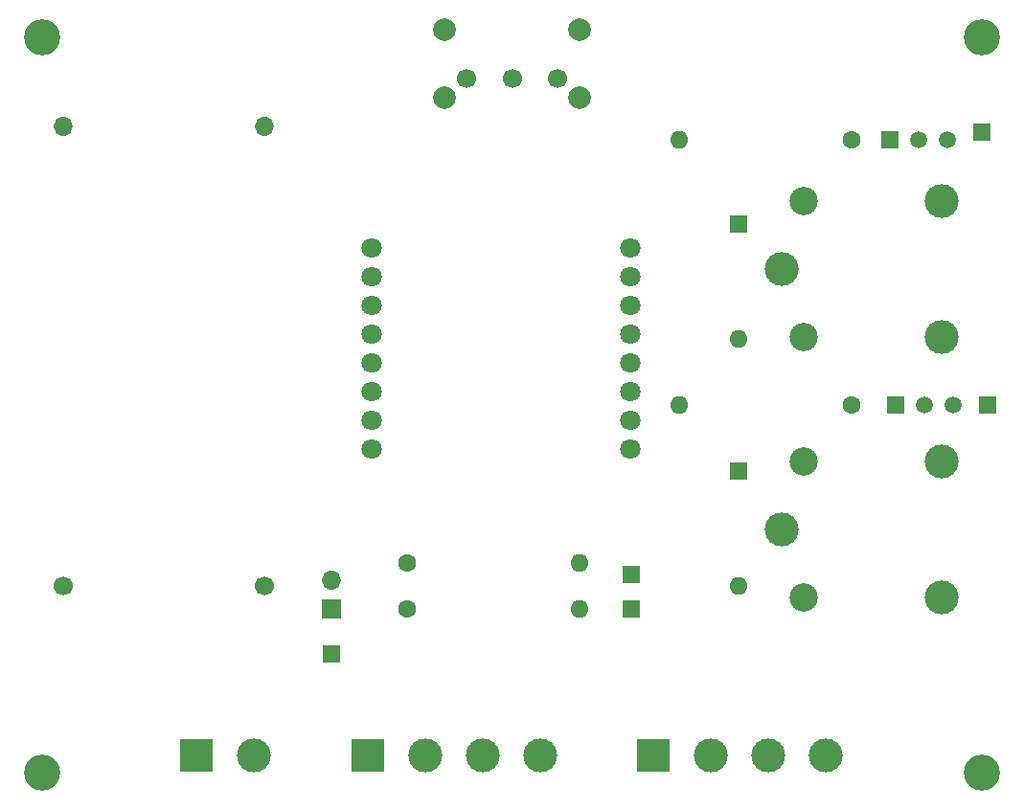
<source format=gbr>
%TF.GenerationSoftware,KiCad,Pcbnew,7.0.11-7.0.11~ubuntu22.04.1*%
%TF.CreationDate,2024-06-01T22:11:06-04:00*%
%TF.ProjectId,GarageDoor,47617261-6765-4446-9f6f-722e6b696361,rev?*%
%TF.SameCoordinates,Original*%
%TF.FileFunction,Soldermask,Top*%
%TF.FilePolarity,Negative*%
%FSLAX46Y46*%
G04 Gerber Fmt 4.6, Leading zero omitted, Abs format (unit mm)*
G04 Created by KiCad (PCBNEW 7.0.11-7.0.11~ubuntu22.04.1) date 2024-06-01 22:11:06*
%MOMM*%
%LPD*%
G01*
G04 APERTURE LIST*
%ADD10R,1.500000X1.500000*%
%ADD11C,3.200000*%
%ADD12C,1.500000*%
%ADD13R,1.600000X1.600000*%
%ADD14O,1.600000X1.600000*%
%ADD15C,1.600000*%
%ADD16R,3.000000X3.000000*%
%ADD17C,3.000000*%
%ADD18C,2.500000*%
%ADD19O,1.700000X1.700000*%
%ADD20C,1.700000*%
%ADD21C,1.800000*%
%ADD22R,1.700000X1.700000*%
%ADD23C,2.000000*%
G04 APERTURE END LIST*
D10*
%TO.C,TP1*%
X80500000Y-75000000D03*
%TD*%
D11*
%TO.C,H2*%
X111500000Y-92500000D03*
%TD*%
D10*
%TO.C,TP3*%
X54000000Y-82000000D03*
%TD*%
%TO.C,Q1*%
X103920000Y-60000000D03*
D12*
X106460000Y-60000000D03*
X109000000Y-60000000D03*
%TD*%
D13*
%TO.C,D1*%
X90000000Y-65840000D03*
D14*
X90000000Y-76000000D03*
%TD*%
D10*
%TO.C,TP5*%
X112000000Y-60000000D03*
%TD*%
D15*
%TO.C,R2*%
X60760000Y-74000000D03*
D14*
X76000000Y-74000000D03*
%TD*%
D15*
%TO.C,R3*%
X100000000Y-60000000D03*
D14*
X84760000Y-60000000D03*
%TD*%
D11*
%TO.C,H3*%
X28500000Y-27500000D03*
%TD*%
D10*
%TO.C,TP2*%
X80500000Y-78000000D03*
%TD*%
D16*
%TO.C,J1*%
X42090000Y-91000000D03*
D17*
X47170000Y-91000000D03*
%TD*%
%TO.C,K2*%
X93800000Y-47950000D03*
D18*
X95800000Y-53950000D03*
D17*
X108000000Y-54000000D03*
X108000000Y-41950000D03*
D18*
X95800000Y-41950000D03*
%TD*%
D16*
%TO.C,J2*%
X57220000Y-91000000D03*
D17*
X62300000Y-91000000D03*
X67380000Y-91000000D03*
X72460000Y-91000000D03*
%TD*%
D10*
%TO.C,TP4*%
X111500000Y-35890000D03*
%TD*%
D13*
%TO.C,D2*%
X90000000Y-44000000D03*
D14*
X90000000Y-54160000D03*
%TD*%
D17*
%TO.C,K1*%
X93800000Y-71000000D03*
D18*
X95800000Y-77000000D03*
D17*
X108000000Y-77050000D03*
X108000000Y-65000000D03*
D18*
X95800000Y-65000000D03*
%TD*%
D15*
%TO.C,R1*%
X60760000Y-78000000D03*
D14*
X76000000Y-78000000D03*
%TD*%
D16*
%TO.C,J3*%
X82500000Y-91000000D03*
D17*
X87580000Y-91000000D03*
X92660000Y-91000000D03*
X97740000Y-91000000D03*
%TD*%
D19*
%TO.C,U1*%
X48140000Y-35380000D03*
X30360000Y-35380000D03*
D20*
X30360000Y-76020000D03*
X48140000Y-76020000D03*
%TD*%
D21*
%TO.C,U2*%
X80430000Y-63890000D03*
X80430000Y-61350000D03*
X80430000Y-58810000D03*
X80430000Y-56270000D03*
X80430000Y-53730000D03*
X80430000Y-51190000D03*
X80430000Y-48650000D03*
X80430000Y-46110000D03*
X57570000Y-46110000D03*
X57570000Y-48650000D03*
X57570000Y-51190000D03*
X57570000Y-53730000D03*
X57570000Y-56270000D03*
X57570000Y-58810000D03*
X57570000Y-61350000D03*
X57570000Y-63890000D03*
%TD*%
D11*
%TO.C,H4*%
X28500000Y-92500000D03*
%TD*%
D10*
%TO.C,Q2*%
X103420000Y-36500000D03*
D12*
X105960000Y-36500000D03*
X108500000Y-36500000D03*
%TD*%
D11*
%TO.C,H1*%
X111500000Y-27500000D03*
%TD*%
D22*
%TO.C,JP1*%
X54000000Y-78000000D03*
D19*
X54000000Y-75460000D03*
%TD*%
D15*
%TO.C,R4*%
X100000000Y-36500000D03*
D14*
X84760000Y-36500000D03*
%TD*%
D23*
%TO.C,S1*%
X76000000Y-32840000D03*
X76000000Y-26840000D03*
X64000000Y-32840000D03*
X64000000Y-26840000D03*
D20*
X74000000Y-31090000D03*
X70000000Y-31090000D03*
X66000000Y-31090000D03*
%TD*%
M02*

</source>
